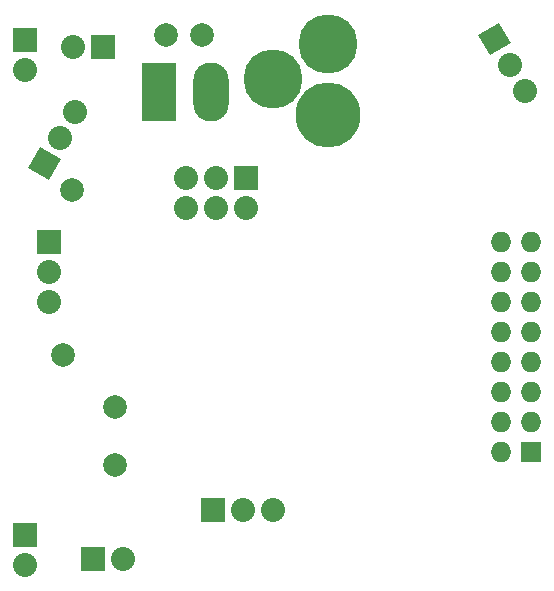
<source format=gbs>
%FSLAX46Y46*%
G04 Gerber Fmt 4.6, Leading zero omitted, Abs format (unit mm)*
G04 Created by KiCad (PCBNEW (2014-jan-25)-product) date Mon 28 Jul 2014 13:43:58 BST*
%MOMM*%
G01*
G04 APERTURE LIST*
%ADD10C,0.100000*%
%ADD11R,2.032000X2.032000*%
%ADD12C,2.032000*%
%ADD13C,2.000000*%
%ADD14C,5.500000*%
%ADD15C,5.000000*%
%ADD16R,3.000000X5.000000*%
%ADD17O,3.000000X5.000000*%
%ADD18O,2.032000X2.032000*%
%ADD19R,1.727200X1.727200*%
%ADD20O,1.727200X1.727200*%
G04 APERTURE END LIST*
D10*
D11*
X122047000Y-114554000D03*
D12*
X122047000Y-117094000D03*
X119507000Y-114554000D03*
X119507000Y-117094000D03*
X116967000Y-114554000D03*
X116967000Y-117094000D03*
X105410000Y-125095000D03*
X105410000Y-122555000D03*
D11*
X105410000Y-120015000D03*
D13*
X110998000Y-133957060D03*
X110998000Y-138838940D03*
D11*
X119244000Y-142644000D03*
D12*
X121784000Y-142644000D03*
X124324000Y-142644000D03*
D10*
G36*
X141732118Y-102428413D02*
X143491882Y-101412413D01*
X144507882Y-103172177D01*
X142748118Y-104188177D01*
X141732118Y-102428413D01*
X141732118Y-102428413D01*
G37*
D12*
X144390000Y-105000000D03*
X145660000Y-107199705D03*
D10*
G36*
X105391882Y-114735587D02*
X103632118Y-113719587D01*
X104648118Y-111959823D01*
X106407882Y-112975823D01*
X105391882Y-114735587D01*
X105391882Y-114735587D01*
G37*
D12*
X106290000Y-111148000D03*
X107560000Y-108948295D03*
D14*
X129032000Y-109197140D03*
D15*
X129032000Y-103197660D03*
X124333000Y-106197400D03*
D16*
X114681000Y-107315000D03*
D17*
X119126000Y-107315000D03*
D13*
X115316000Y-102489000D03*
X118364000Y-102489000D03*
D11*
X103378000Y-102870000D03*
D18*
X103378000Y-105410000D03*
D11*
X109982000Y-103505000D03*
D18*
X107442000Y-103505000D03*
D11*
X103378000Y-144780000D03*
D18*
X103378000Y-147320000D03*
D11*
X109093000Y-146812000D03*
D18*
X111633000Y-146812000D03*
D19*
X146177000Y-137795000D03*
D20*
X143637000Y-137795000D03*
X146177000Y-135255000D03*
X143637000Y-135255000D03*
X146177000Y-132715000D03*
X143637000Y-132715000D03*
X146177000Y-130175000D03*
X143637000Y-130175000D03*
X146177000Y-127635000D03*
X143637000Y-127635000D03*
X146177000Y-125095000D03*
X143637000Y-125095000D03*
X146177000Y-122555000D03*
X143637000Y-122555000D03*
X146177000Y-120015000D03*
X143637000Y-120015000D03*
D13*
X107315000Y-115570000D03*
X106553000Y-129540000D03*
M02*

</source>
